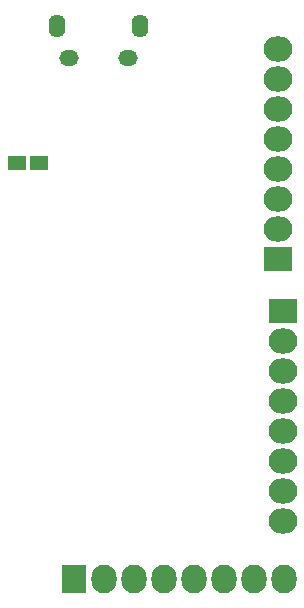
<source format=gbr>
G04 #@! TF.FileFunction,Soldermask,Bot*
%FSLAX46Y46*%
G04 Gerber Fmt 4.6, Leading zero omitted, Abs format (unit mm)*
G04 Created by KiCad (PCBNEW 4.0.4-stable) date Fri Nov 25 15:40:38 2016*
%MOMM*%
%LPD*%
G01*
G04 APERTURE LIST*
%ADD10C,0.100000*%
%ADD11R,1.600000X1.150000*%
%ADD12O,1.650000X1.350000*%
%ADD13O,1.400000X1.950000*%
%ADD14R,2.127200X2.432000*%
%ADD15O,2.127200X2.432000*%
%ADD16R,2.432000X2.127200*%
%ADD17O,2.432000X2.127200*%
G04 APERTURE END LIST*
D10*
D11*
X156850000Y-92300000D03*
X154950000Y-92300000D03*
D12*
X164400900Y-83362540D03*
X159400900Y-83362540D03*
D13*
X165400900Y-80662540D03*
X158400900Y-80662540D03*
D14*
X159800000Y-127500000D03*
D15*
X162340000Y-127500000D03*
X164880000Y-127500000D03*
X167420000Y-127500000D03*
X169960000Y-127500000D03*
X172500000Y-127500000D03*
X175040000Y-127500000D03*
X177580000Y-127500000D03*
D16*
X177100000Y-100400000D03*
D17*
X177100000Y-97860000D03*
X177100000Y-95320000D03*
X177100000Y-92780000D03*
X177100000Y-90240000D03*
X177100000Y-87700000D03*
X177100000Y-85160000D03*
X177100000Y-82620000D03*
D16*
X177500000Y-104800000D03*
D17*
X177500000Y-107340000D03*
X177500000Y-109880000D03*
X177500000Y-112420000D03*
X177500000Y-114960000D03*
X177500000Y-117500000D03*
X177500000Y-120040000D03*
X177500000Y-122580000D03*
M02*

</source>
